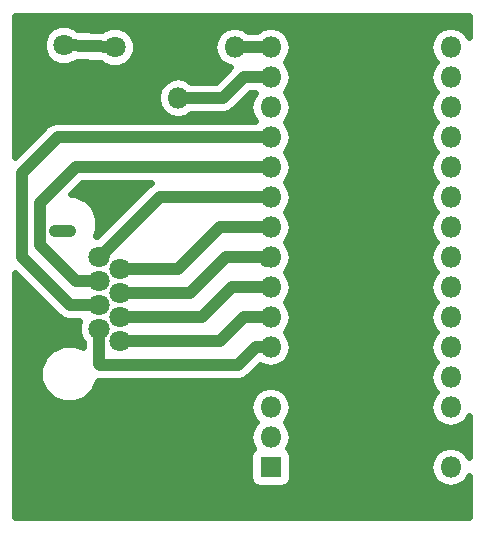
<source format=gbr>
G04 #@! TF.FileFunction,Copper,L1,Top,Signal*
%FSLAX46Y46*%
G04 Gerber Fmt 4.6, Leading zero omitted, Abs format (unit mm)*
G04 Created by KiCad (PCBNEW 4.0.6+dfsg1-1) date Fri Nov 17 11:15:11 2017*
%MOMM*%
%LPD*%
G01*
G04 APERTURE LIST*
%ADD10C,0.100000*%
%ADD11C,1.800000*%
%ADD12O,1.800000X1.800000*%
%ADD13R,1.800000X1.800000*%
%ADD14C,2.499360*%
%ADD15C,1.000000*%
%ADD16C,0.554000*%
G04 APERTURE END LIST*
D10*
D11*
X9398000Y40640000D03*
D12*
X19558000Y40640000D03*
D13*
X22606000Y5080000D03*
D12*
X37846000Y38100000D03*
X22606000Y7620000D03*
X37846000Y35560000D03*
X22606000Y10160000D03*
X37846000Y33020000D03*
X22606000Y12700000D03*
X37846000Y30480000D03*
X22606000Y15240000D03*
X37846000Y27940000D03*
X22606000Y17780000D03*
X37846000Y25400000D03*
X22606000Y20320000D03*
X37846000Y22860000D03*
X22606000Y22860000D03*
X37846000Y20320000D03*
X22606000Y25400000D03*
X37846000Y17780000D03*
X22606000Y27940000D03*
X37846000Y15240000D03*
X22606000Y30480000D03*
X37846000Y12700000D03*
X22606000Y33020000D03*
X37846000Y10160000D03*
X22606000Y35560000D03*
X37846000Y7620000D03*
X22606000Y38100000D03*
X37846000Y5080000D03*
X22606000Y40640000D03*
X37846000Y40640000D03*
D13*
X5080000Y38227000D03*
D11*
X5080000Y40767000D03*
D13*
X12192000Y36322000D03*
D12*
X14732000Y36322000D03*
D11*
X8072120Y20825460D03*
X8072120Y22854920D03*
X9852660Y21841460D03*
X9852660Y19812000D03*
X8072120Y18796000D03*
X9852660Y17782540D03*
X8072120Y16766540D03*
X9852660Y15753080D03*
D14*
X8961120Y11183620D03*
X8961120Y27424380D03*
D15*
X5588000Y25014000D02*
X4323000Y25014000D01*
X8072120Y16766540D02*
X8072120Y13771880D01*
X21336000Y15240000D02*
X22606000Y15240000D01*
X19812000Y13716000D02*
X21336000Y15240000D01*
X8128000Y13716000D02*
X19812000Y13716000D01*
X8072120Y13771880D02*
X8128000Y13716000D01*
X22606000Y15240000D02*
X22606000Y14986000D01*
X9852660Y15753080D02*
X18293080Y15753080D01*
X20320000Y17780000D02*
X22606000Y17780000D01*
X18293080Y15753080D02*
X20320000Y17780000D01*
X9852660Y17782540D02*
X16766540Y17782540D01*
X19304000Y20320000D02*
X22606000Y20320000D01*
X16766540Y17782540D02*
X19304000Y20320000D01*
X9852660Y19812000D02*
X15748000Y19812000D01*
X18796000Y22860000D02*
X22606000Y22860000D01*
X15748000Y19812000D02*
X18796000Y22860000D01*
X22225000Y22479000D02*
X22606000Y22860000D01*
X9852660Y21841460D02*
X14729460Y21841460D01*
X18288000Y25400000D02*
X22606000Y25400000D01*
X14729460Y21841460D02*
X18288000Y25400000D01*
X8072120Y22854920D02*
X8122920Y22854920D01*
X8122920Y22854920D02*
X13208000Y27940000D01*
X13208000Y27940000D02*
X22606000Y27940000D01*
X8072120Y20825460D02*
X6098540Y20825460D01*
X6096000Y30480000D02*
X22606000Y30480000D01*
X3048000Y27432000D02*
X6096000Y30480000D01*
X3048000Y23876000D02*
X3048000Y27432000D01*
X6098540Y20825460D02*
X3048000Y23876000D01*
X8072120Y18796000D02*
X5588000Y18796000D01*
X4572000Y33020000D02*
X22606000Y33020000D01*
X1524000Y29972000D02*
X4572000Y33020000D01*
X1524000Y22860000D02*
X1524000Y29972000D01*
X5588000Y18796000D02*
X1524000Y22860000D01*
X14732000Y36322000D02*
X18542000Y36322000D01*
X20320000Y38100000D02*
X22606000Y38100000D01*
X18542000Y36322000D02*
X20320000Y38100000D01*
X19558000Y40640000D02*
X22606000Y40640000D01*
X9398000Y40640000D02*
X5080000Y40767000D01*
D16*
G36*
X39434000Y41452548D02*
X39137342Y41896529D01*
X38560841Y42281734D01*
X37880813Y42417000D01*
X37811187Y42417000D01*
X37131159Y42281734D01*
X36554658Y41896529D01*
X36169453Y41320028D01*
X36034187Y40640000D01*
X36169453Y39959972D01*
X36554658Y39383471D01*
X36574819Y39370000D01*
X36554658Y39356529D01*
X36169453Y38780028D01*
X36034187Y38100000D01*
X36169453Y37419972D01*
X36554658Y36843471D01*
X36574819Y36830000D01*
X36554658Y36816529D01*
X36169453Y36240028D01*
X36034187Y35560000D01*
X36169453Y34879972D01*
X36554658Y34303471D01*
X36574819Y34290000D01*
X36554658Y34276529D01*
X36169453Y33700028D01*
X36034187Y33020000D01*
X36169453Y32339972D01*
X36554658Y31763471D01*
X36574819Y31750000D01*
X36554658Y31736529D01*
X36169453Y31160028D01*
X36034187Y30480000D01*
X36169453Y29799972D01*
X36554658Y29223471D01*
X36574819Y29210000D01*
X36554658Y29196529D01*
X36169453Y28620028D01*
X36034187Y27940000D01*
X36169453Y27259972D01*
X36554658Y26683471D01*
X36574819Y26670000D01*
X36554658Y26656529D01*
X36169453Y26080028D01*
X36034187Y25400000D01*
X36169453Y24719972D01*
X36554658Y24143471D01*
X36574819Y24130000D01*
X36554658Y24116529D01*
X36169453Y23540028D01*
X36034187Y22860000D01*
X36169453Y22179972D01*
X36554658Y21603471D01*
X36574819Y21590000D01*
X36554658Y21576529D01*
X36169453Y21000028D01*
X36034187Y20320000D01*
X36169453Y19639972D01*
X36554658Y19063471D01*
X36574819Y19050000D01*
X36554658Y19036529D01*
X36169453Y18460028D01*
X36034187Y17780000D01*
X36169453Y17099972D01*
X36554658Y16523471D01*
X36574819Y16510000D01*
X36554658Y16496529D01*
X36169453Y15920028D01*
X36034187Y15240000D01*
X36169453Y14559972D01*
X36554658Y13983471D01*
X36574819Y13970000D01*
X36554658Y13956529D01*
X36169453Y13380028D01*
X36034187Y12700000D01*
X36169453Y12019972D01*
X36554658Y11443471D01*
X36574819Y11430000D01*
X36554658Y11416529D01*
X36169453Y10840028D01*
X36034187Y10160000D01*
X36169453Y9479972D01*
X36554658Y8903471D01*
X37131159Y8518266D01*
X37811187Y8383000D01*
X37880813Y8383000D01*
X38560841Y8518266D01*
X39137342Y8903471D01*
X39434000Y9347452D01*
X39434000Y5892548D01*
X39137342Y6336529D01*
X38560841Y6721734D01*
X37880813Y6857000D01*
X37811187Y6857000D01*
X37131159Y6721734D01*
X36554658Y6336529D01*
X36169453Y5760028D01*
X36034187Y5080000D01*
X36169453Y4399972D01*
X36554658Y3823471D01*
X37131159Y3438266D01*
X37811187Y3303000D01*
X37880813Y3303000D01*
X38560841Y3438266D01*
X39137342Y3823471D01*
X39434000Y4267452D01*
X39434000Y825000D01*
X952000Y825000D01*
X952000Y10160000D01*
X20794187Y10160000D01*
X20929453Y9479972D01*
X21314658Y8903471D01*
X21334819Y8890000D01*
X21314658Y8876529D01*
X20929453Y8300028D01*
X20794187Y7620000D01*
X20929453Y6939972D01*
X21124542Y6648000D01*
X21082514Y6620956D01*
X20882268Y6327886D01*
X20811819Y5980000D01*
X20811819Y4180000D01*
X20872971Y3855003D01*
X21065044Y3556514D01*
X21358114Y3356268D01*
X21706000Y3285819D01*
X23506000Y3285819D01*
X23830997Y3346971D01*
X24129486Y3539044D01*
X24329732Y3832114D01*
X24400181Y4180000D01*
X24400181Y5980000D01*
X24339029Y6304997D01*
X24146956Y6603486D01*
X24085687Y6645349D01*
X24282547Y6939972D01*
X24417813Y7620000D01*
X24282547Y8300028D01*
X23897342Y8876529D01*
X23877181Y8890000D01*
X23897342Y8903471D01*
X24282547Y9479972D01*
X24417813Y10160000D01*
X24282547Y10840028D01*
X23897342Y11416529D01*
X23320841Y11801734D01*
X22640813Y11937000D01*
X22571187Y11937000D01*
X21891159Y11801734D01*
X21314658Y11416529D01*
X20929453Y10840028D01*
X20794187Y10160000D01*
X952000Y10160000D01*
X952000Y21484628D01*
X4614314Y17822314D01*
X5061045Y17523818D01*
X5588000Y17419000D01*
X6418939Y17419000D01*
X6295430Y17121558D01*
X6294813Y16414624D01*
X6564775Y15761266D01*
X6695120Y15630693D01*
X6695120Y15191016D01*
X6032102Y15466325D01*
X5036506Y15467194D01*
X4116363Y15086998D01*
X3411756Y14383620D01*
X3029955Y13464142D01*
X3029086Y12468546D01*
X3409282Y11548403D01*
X4112660Y10843796D01*
X5032138Y10461995D01*
X6027734Y10461126D01*
X6947877Y10841322D01*
X7652484Y11544700D01*
X7993422Y12365769D01*
X8128000Y12339000D01*
X19812000Y12339000D01*
X20338955Y12443818D01*
X20785686Y12742314D01*
X21741582Y13698210D01*
X21891159Y13598266D01*
X22571187Y13463000D01*
X22640813Y13463000D01*
X23320841Y13598266D01*
X23897342Y13983471D01*
X24282547Y14559972D01*
X24417813Y15240000D01*
X24282547Y15920028D01*
X23897342Y16496529D01*
X23877181Y16510000D01*
X23897342Y16523471D01*
X24282547Y17099972D01*
X24417813Y17780000D01*
X24282547Y18460028D01*
X23897342Y19036529D01*
X23877181Y19050000D01*
X23897342Y19063471D01*
X24282547Y19639972D01*
X24417813Y20320000D01*
X24282547Y21000028D01*
X23897342Y21576529D01*
X23877181Y21590000D01*
X23897342Y21603471D01*
X24282547Y22179972D01*
X24417813Y22860000D01*
X24282547Y23540028D01*
X23897342Y24116529D01*
X23877181Y24130000D01*
X23897342Y24143471D01*
X24282547Y24719972D01*
X24417813Y25400000D01*
X24282547Y26080028D01*
X23897342Y26656529D01*
X23877181Y26670000D01*
X23897342Y26683471D01*
X24282547Y27259972D01*
X24417813Y27940000D01*
X24282547Y28620028D01*
X23897342Y29196529D01*
X23877181Y29210000D01*
X23897342Y29223471D01*
X24282547Y29799972D01*
X24417813Y30480000D01*
X24282547Y31160028D01*
X23897342Y31736529D01*
X23877181Y31750000D01*
X23897342Y31763471D01*
X24282547Y32339972D01*
X24417813Y33020000D01*
X24282547Y33700028D01*
X23897342Y34276529D01*
X23877181Y34290000D01*
X23897342Y34303471D01*
X24282547Y34879972D01*
X24417813Y35560000D01*
X24282547Y36240028D01*
X23897342Y36816529D01*
X23877181Y36830000D01*
X23897342Y36843471D01*
X24282547Y37419972D01*
X24417813Y38100000D01*
X24282547Y38780028D01*
X23897342Y39356529D01*
X23877181Y39370000D01*
X23897342Y39383471D01*
X24282547Y39959972D01*
X24417813Y40640000D01*
X24282547Y41320028D01*
X23897342Y41896529D01*
X23320841Y42281734D01*
X22640813Y42417000D01*
X22571187Y42417000D01*
X21891159Y42281734D01*
X21494956Y42017000D01*
X20669044Y42017000D01*
X20272841Y42281734D01*
X19592813Y42417000D01*
X19523187Y42417000D01*
X18843159Y42281734D01*
X18266658Y41896529D01*
X17881453Y41320028D01*
X17746187Y40640000D01*
X17881453Y39959972D01*
X18266658Y39383471D01*
X18843159Y38998266D01*
X19199928Y38927300D01*
X17971628Y37699000D01*
X15860333Y37699000D01*
X15412028Y37998547D01*
X14732000Y38133813D01*
X14051972Y37998547D01*
X13475471Y37613342D01*
X13090266Y37036841D01*
X12955000Y36356813D01*
X12955000Y36287187D01*
X13090266Y35607159D01*
X13475471Y35030658D01*
X14051972Y34645453D01*
X14732000Y34510187D01*
X15412028Y34645453D01*
X15860333Y34945000D01*
X18542000Y34945000D01*
X19068955Y35049818D01*
X19515686Y35348314D01*
X20890372Y36723000D01*
X21252164Y36723000D01*
X20929453Y36240028D01*
X20794187Y35560000D01*
X20929453Y34879972D01*
X21252164Y34397000D01*
X4572000Y34397000D01*
X4045045Y34292182D01*
X3598314Y33993686D01*
X952000Y31347372D01*
X952000Y40415084D01*
X3302693Y40415084D01*
X3572655Y39761726D01*
X4072096Y39261412D01*
X4724982Y38990310D01*
X5431916Y38989693D01*
X6085274Y39259655D01*
X6182759Y39356970D01*
X8227975Y39296817D01*
X8390096Y39134412D01*
X9042982Y38863310D01*
X9749916Y38862693D01*
X10403274Y39132655D01*
X10903588Y39632096D01*
X11174690Y40284982D01*
X11175307Y40991916D01*
X10905345Y41645274D01*
X10405904Y42145588D01*
X9753018Y42416690D01*
X9046084Y42417307D01*
X8392726Y42147345D01*
X8295241Y42050030D01*
X6250025Y42110183D01*
X6087904Y42272588D01*
X5435018Y42543690D01*
X4728084Y42544307D01*
X4074726Y42274345D01*
X3574412Y41774904D01*
X3303310Y41122018D01*
X3302693Y40415084D01*
X952000Y40415084D01*
X952000Y43244000D01*
X39434000Y43244000D01*
X39434000Y41452548D01*
X39434000Y41452548D01*
G37*
X39434000Y41452548D02*
X39137342Y41896529D01*
X38560841Y42281734D01*
X37880813Y42417000D01*
X37811187Y42417000D01*
X37131159Y42281734D01*
X36554658Y41896529D01*
X36169453Y41320028D01*
X36034187Y40640000D01*
X36169453Y39959972D01*
X36554658Y39383471D01*
X36574819Y39370000D01*
X36554658Y39356529D01*
X36169453Y38780028D01*
X36034187Y38100000D01*
X36169453Y37419972D01*
X36554658Y36843471D01*
X36574819Y36830000D01*
X36554658Y36816529D01*
X36169453Y36240028D01*
X36034187Y35560000D01*
X36169453Y34879972D01*
X36554658Y34303471D01*
X36574819Y34290000D01*
X36554658Y34276529D01*
X36169453Y33700028D01*
X36034187Y33020000D01*
X36169453Y32339972D01*
X36554658Y31763471D01*
X36574819Y31750000D01*
X36554658Y31736529D01*
X36169453Y31160028D01*
X36034187Y30480000D01*
X36169453Y29799972D01*
X36554658Y29223471D01*
X36574819Y29210000D01*
X36554658Y29196529D01*
X36169453Y28620028D01*
X36034187Y27940000D01*
X36169453Y27259972D01*
X36554658Y26683471D01*
X36574819Y26670000D01*
X36554658Y26656529D01*
X36169453Y26080028D01*
X36034187Y25400000D01*
X36169453Y24719972D01*
X36554658Y24143471D01*
X36574819Y24130000D01*
X36554658Y24116529D01*
X36169453Y23540028D01*
X36034187Y22860000D01*
X36169453Y22179972D01*
X36554658Y21603471D01*
X36574819Y21590000D01*
X36554658Y21576529D01*
X36169453Y21000028D01*
X36034187Y20320000D01*
X36169453Y19639972D01*
X36554658Y19063471D01*
X36574819Y19050000D01*
X36554658Y19036529D01*
X36169453Y18460028D01*
X36034187Y17780000D01*
X36169453Y17099972D01*
X36554658Y16523471D01*
X36574819Y16510000D01*
X36554658Y16496529D01*
X36169453Y15920028D01*
X36034187Y15240000D01*
X36169453Y14559972D01*
X36554658Y13983471D01*
X36574819Y13970000D01*
X36554658Y13956529D01*
X36169453Y13380028D01*
X36034187Y12700000D01*
X36169453Y12019972D01*
X36554658Y11443471D01*
X36574819Y11430000D01*
X36554658Y11416529D01*
X36169453Y10840028D01*
X36034187Y10160000D01*
X36169453Y9479972D01*
X36554658Y8903471D01*
X37131159Y8518266D01*
X37811187Y8383000D01*
X37880813Y8383000D01*
X38560841Y8518266D01*
X39137342Y8903471D01*
X39434000Y9347452D01*
X39434000Y5892548D01*
X39137342Y6336529D01*
X38560841Y6721734D01*
X37880813Y6857000D01*
X37811187Y6857000D01*
X37131159Y6721734D01*
X36554658Y6336529D01*
X36169453Y5760028D01*
X36034187Y5080000D01*
X36169453Y4399972D01*
X36554658Y3823471D01*
X37131159Y3438266D01*
X37811187Y3303000D01*
X37880813Y3303000D01*
X38560841Y3438266D01*
X39137342Y3823471D01*
X39434000Y4267452D01*
X39434000Y825000D01*
X952000Y825000D01*
X952000Y10160000D01*
X20794187Y10160000D01*
X20929453Y9479972D01*
X21314658Y8903471D01*
X21334819Y8890000D01*
X21314658Y8876529D01*
X20929453Y8300028D01*
X20794187Y7620000D01*
X20929453Y6939972D01*
X21124542Y6648000D01*
X21082514Y6620956D01*
X20882268Y6327886D01*
X20811819Y5980000D01*
X20811819Y4180000D01*
X20872971Y3855003D01*
X21065044Y3556514D01*
X21358114Y3356268D01*
X21706000Y3285819D01*
X23506000Y3285819D01*
X23830997Y3346971D01*
X24129486Y3539044D01*
X24329732Y3832114D01*
X24400181Y4180000D01*
X24400181Y5980000D01*
X24339029Y6304997D01*
X24146956Y6603486D01*
X24085687Y6645349D01*
X24282547Y6939972D01*
X24417813Y7620000D01*
X24282547Y8300028D01*
X23897342Y8876529D01*
X23877181Y8890000D01*
X23897342Y8903471D01*
X24282547Y9479972D01*
X24417813Y10160000D01*
X24282547Y10840028D01*
X23897342Y11416529D01*
X23320841Y11801734D01*
X22640813Y11937000D01*
X22571187Y11937000D01*
X21891159Y11801734D01*
X21314658Y11416529D01*
X20929453Y10840028D01*
X20794187Y10160000D01*
X952000Y10160000D01*
X952000Y21484628D01*
X4614314Y17822314D01*
X5061045Y17523818D01*
X5588000Y17419000D01*
X6418939Y17419000D01*
X6295430Y17121558D01*
X6294813Y16414624D01*
X6564775Y15761266D01*
X6695120Y15630693D01*
X6695120Y15191016D01*
X6032102Y15466325D01*
X5036506Y15467194D01*
X4116363Y15086998D01*
X3411756Y14383620D01*
X3029955Y13464142D01*
X3029086Y12468546D01*
X3409282Y11548403D01*
X4112660Y10843796D01*
X5032138Y10461995D01*
X6027734Y10461126D01*
X6947877Y10841322D01*
X7652484Y11544700D01*
X7993422Y12365769D01*
X8128000Y12339000D01*
X19812000Y12339000D01*
X20338955Y12443818D01*
X20785686Y12742314D01*
X21741582Y13698210D01*
X21891159Y13598266D01*
X22571187Y13463000D01*
X22640813Y13463000D01*
X23320841Y13598266D01*
X23897342Y13983471D01*
X24282547Y14559972D01*
X24417813Y15240000D01*
X24282547Y15920028D01*
X23897342Y16496529D01*
X23877181Y16510000D01*
X23897342Y16523471D01*
X24282547Y17099972D01*
X24417813Y17780000D01*
X24282547Y18460028D01*
X23897342Y19036529D01*
X23877181Y19050000D01*
X23897342Y19063471D01*
X24282547Y19639972D01*
X24417813Y20320000D01*
X24282547Y21000028D01*
X23897342Y21576529D01*
X23877181Y21590000D01*
X23897342Y21603471D01*
X24282547Y22179972D01*
X24417813Y22860000D01*
X24282547Y23540028D01*
X23897342Y24116529D01*
X23877181Y24130000D01*
X23897342Y24143471D01*
X24282547Y24719972D01*
X24417813Y25400000D01*
X24282547Y26080028D01*
X23897342Y26656529D01*
X23877181Y26670000D01*
X23897342Y26683471D01*
X24282547Y27259972D01*
X24417813Y27940000D01*
X24282547Y28620028D01*
X23897342Y29196529D01*
X23877181Y29210000D01*
X23897342Y29223471D01*
X24282547Y29799972D01*
X24417813Y30480000D01*
X24282547Y31160028D01*
X23897342Y31736529D01*
X23877181Y31750000D01*
X23897342Y31763471D01*
X24282547Y32339972D01*
X24417813Y33020000D01*
X24282547Y33700028D01*
X23897342Y34276529D01*
X23877181Y34290000D01*
X23897342Y34303471D01*
X24282547Y34879972D01*
X24417813Y35560000D01*
X24282547Y36240028D01*
X23897342Y36816529D01*
X23877181Y36830000D01*
X23897342Y36843471D01*
X24282547Y37419972D01*
X24417813Y38100000D01*
X24282547Y38780028D01*
X23897342Y39356529D01*
X23877181Y39370000D01*
X23897342Y39383471D01*
X24282547Y39959972D01*
X24417813Y40640000D01*
X24282547Y41320028D01*
X23897342Y41896529D01*
X23320841Y42281734D01*
X22640813Y42417000D01*
X22571187Y42417000D01*
X21891159Y42281734D01*
X21494956Y42017000D01*
X20669044Y42017000D01*
X20272841Y42281734D01*
X19592813Y42417000D01*
X19523187Y42417000D01*
X18843159Y42281734D01*
X18266658Y41896529D01*
X17881453Y41320028D01*
X17746187Y40640000D01*
X17881453Y39959972D01*
X18266658Y39383471D01*
X18843159Y38998266D01*
X19199928Y38927300D01*
X17971628Y37699000D01*
X15860333Y37699000D01*
X15412028Y37998547D01*
X14732000Y38133813D01*
X14051972Y37998547D01*
X13475471Y37613342D01*
X13090266Y37036841D01*
X12955000Y36356813D01*
X12955000Y36287187D01*
X13090266Y35607159D01*
X13475471Y35030658D01*
X14051972Y34645453D01*
X14732000Y34510187D01*
X15412028Y34645453D01*
X15860333Y34945000D01*
X18542000Y34945000D01*
X19068955Y35049818D01*
X19515686Y35348314D01*
X20890372Y36723000D01*
X21252164Y36723000D01*
X20929453Y36240028D01*
X20794187Y35560000D01*
X20929453Y34879972D01*
X21252164Y34397000D01*
X4572000Y34397000D01*
X4045045Y34292182D01*
X3598314Y33993686D01*
X952000Y31347372D01*
X952000Y40415084D01*
X3302693Y40415084D01*
X3572655Y39761726D01*
X4072096Y39261412D01*
X4724982Y38990310D01*
X5431916Y38989693D01*
X6085274Y39259655D01*
X6182759Y39356970D01*
X8227975Y39296817D01*
X8390096Y39134412D01*
X9042982Y38863310D01*
X9749916Y38862693D01*
X10403274Y39132655D01*
X10903588Y39632096D01*
X11174690Y40284982D01*
X11175307Y40991916D01*
X10905345Y41645274D01*
X10405904Y42145588D01*
X9753018Y42416690D01*
X9046084Y42417307D01*
X8392726Y42147345D01*
X8295241Y42050030D01*
X6250025Y42110183D01*
X6087904Y42272588D01*
X5435018Y42543690D01*
X4728084Y42544307D01*
X4074726Y42274345D01*
X3574412Y41774904D01*
X3303310Y41122018D01*
X3302693Y40415084D01*
X952000Y40415084D01*
X952000Y43244000D01*
X39434000Y43244000D01*
X39434000Y41452548D01*
G36*
X12234314Y28913686D02*
X7952652Y24632024D01*
X7821800Y24632138D01*
X8034285Y25143858D01*
X8035154Y26139454D01*
X7654958Y27059597D01*
X6951580Y27764204D01*
X6032102Y28146005D01*
X5709658Y28146286D01*
X6666372Y29103000D01*
X12517643Y29103000D01*
X12234314Y28913686D01*
X12234314Y28913686D01*
G37*
X12234314Y28913686D02*
X7952652Y24632024D01*
X7821800Y24632138D01*
X8034285Y25143858D01*
X8035154Y26139454D01*
X7654958Y27059597D01*
X6951580Y27764204D01*
X6032102Y28146005D01*
X5709658Y28146286D01*
X6666372Y29103000D01*
X12517643Y29103000D01*
X12234314Y28913686D01*
M02*

</source>
